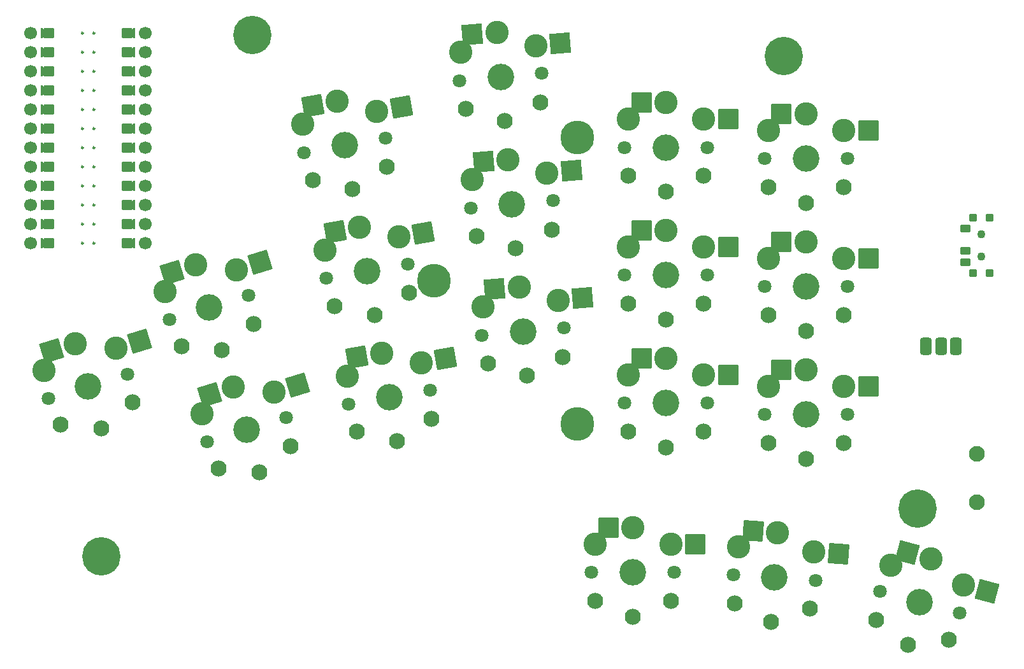
<source format=gbs>
%TF.GenerationSoftware,KiCad,Pcbnew,(6.0.4-0)*%
%TF.CreationDate,2022-07-27T11:57:38+02:00*%
%TF.ProjectId,basbousa,62617362-6f75-4736-912e-6b696361645f,v1.0.0*%
%TF.SameCoordinates,Original*%
%TF.FileFunction,Soldermask,Bot*%
%TF.FilePolarity,Negative*%
%FSLAX46Y46*%
G04 Gerber Fmt 4.6, Leading zero omitted, Abs format (unit mm)*
G04 Created by KiCad (PCBNEW (6.0.4-0)) date 2022-07-27 11:57:38*
%MOMM*%
%LPD*%
G01*
G04 APERTURE LIST*
G04 Aperture macros list*
%AMRoundRect*
0 Rectangle with rounded corners*
0 $1 Rounding radius*
0 $2 $3 $4 $5 $6 $7 $8 $9 X,Y pos of 4 corners*
0 Add a 4 corners polygon primitive as box body*
4,1,4,$2,$3,$4,$5,$6,$7,$8,$9,$2,$3,0*
0 Add four circle primitives for the rounded corners*
1,1,$1+$1,$2,$3*
1,1,$1+$1,$4,$5*
1,1,$1+$1,$6,$7*
1,1,$1+$1,$8,$9*
0 Add four rect primitives between the rounded corners*
20,1,$1+$1,$2,$3,$4,$5,0*
20,1,$1+$1,$4,$5,$6,$7,0*
20,1,$1+$1,$6,$7,$8,$9,0*
20,1,$1+$1,$8,$9,$2,$3,0*%
%AMFreePoly0*
4,1,14,0.035355,0.435355,0.635355,-0.164645,0.650000,-0.200000,0.650000,-0.400000,0.635355,-0.435355,0.600000,-0.450000,-0.600000,-0.450000,-0.635355,-0.435355,-0.650000,-0.400000,-0.650000,-0.200000,-0.635355,-0.164645,-0.035355,0.435355,0.000000,0.450000,0.035355,0.435355,0.035355,0.435355,$1*%
%AMFreePoly1*
4,1,16,0.635355,0.285355,0.650000,0.250000,0.650000,-1.000000,0.635355,-1.035355,0.600000,-1.050000,0.564645,-1.035355,0.000000,-0.470710,-0.564645,-1.035355,-0.600000,-1.050000,-0.635355,-1.035355,-0.650000,-1.000000,-0.650000,0.250000,-0.635355,0.285355,-0.600000,0.300000,0.600000,0.300000,0.635355,0.285355,0.635355,0.285355,$1*%
G04 Aperture macros list end*
%ADD10C,0.250000*%
%ADD11C,0.100000*%
%ADD12C,5.100000*%
%ADD13RoundRect,0.425000X-0.375000X-0.750000X0.375000X-0.750000X0.375000X0.750000X-0.375000X0.750000X0*%
%ADD14C,2.100000*%
%ADD15C,3.100000*%
%ADD16C,1.801800*%
%ADD17C,3.529000*%
%ADD18RoundRect,0.050000X-1.054507X-1.505993X1.505993X-1.054507X1.054507X1.505993X-1.505993X1.054507X0*%
%ADD19C,2.132000*%
%ADD20RoundRect,0.050000X-1.181751X-1.408356X1.408356X-1.181751X1.181751X1.408356X-1.408356X1.181751X0*%
%ADD21RoundRect,0.050000X-1.300000X-1.300000X1.300000X-1.300000X1.300000X1.300000X-1.300000X1.300000X0*%
%ADD22RoundRect,0.050000X-1.592168X-0.919239X0.919239X-1.592168X1.592168X0.919239X-0.919239X1.592168X0*%
%ADD23RoundRect,0.050000X-0.450000X0.450000X-0.450000X-0.450000X0.450000X-0.450000X0.450000X0.450000X0*%
%ADD24C,1.100000*%
%ADD25RoundRect,0.050000X-0.625000X0.450000X-0.625000X-0.450000X0.625000X-0.450000X0.625000X0.450000X0*%
%ADD26RoundRect,0.050000X-0.863113X-1.623279X1.623279X-0.863113X0.863113X1.623279X-1.623279X0.863113X0*%
%ADD27C,4.500000*%
%ADD28RoundRect,0.050000X-1.387517X-1.206150X1.206150X-1.387517X1.387517X1.206150X-1.206150X1.387517X0*%
%ADD29FreePoly0,90.000000*%
%ADD30FreePoly0,270.000000*%
%ADD31C,1.700000*%
%ADD32FreePoly1,270.000000*%
%ADD33FreePoly1,90.000000*%
G04 APERTURE END LIST*
D10*
%TO.C,*%
X37971000Y104648000D02*
G75*
G03*
X37971000Y104648000I-125000J0D01*
G01*
X39495000Y91948000D02*
G75*
G03*
X39495000Y91948000I-125000J0D01*
G01*
X39495000Y94488000D02*
G75*
G03*
X39495000Y94488000I-125000J0D01*
G01*
X37971000Y112268000D02*
G75*
G03*
X37971000Y112268000I-125000J0D01*
G01*
X37971000Y94488000D02*
G75*
G03*
X37971000Y94488000I-125000J0D01*
G01*
X39495000Y99568000D02*
G75*
G03*
X39495000Y99568000I-125000J0D01*
G01*
X39495000Y102108000D02*
G75*
G03*
X39495000Y102108000I-125000J0D01*
G01*
X37971000Y102108000D02*
G75*
G03*
X37971000Y102108000I-125000J0D01*
G01*
X39495000Y107188000D02*
G75*
G03*
X39495000Y107188000I-125000J0D01*
G01*
X37971000Y91948000D02*
G75*
G03*
X37971000Y91948000I-125000J0D01*
G01*
X39495000Y114808000D02*
G75*
G03*
X39495000Y114808000I-125000J0D01*
G01*
X37971000Y107188000D02*
G75*
G03*
X37971000Y107188000I-125000J0D01*
G01*
X39495000Y117348000D02*
G75*
G03*
X39495000Y117348000I-125000J0D01*
G01*
X39495000Y109728000D02*
G75*
G03*
X39495000Y109728000I-125000J0D01*
G01*
X37971000Y99568000D02*
G75*
G03*
X37971000Y99568000I-125000J0D01*
G01*
X39495000Y104648000D02*
G75*
G03*
X39495000Y104648000I-125000J0D01*
G01*
X37971000Y114808000D02*
G75*
G03*
X37971000Y114808000I-125000J0D01*
G01*
X37971000Y97028000D02*
G75*
G03*
X37971000Y97028000I-125000J0D01*
G01*
X39495000Y119888000D02*
G75*
G03*
X39495000Y119888000I-125000J0D01*
G01*
X37971000Y117348000D02*
G75*
G03*
X37971000Y117348000I-125000J0D01*
G01*
X37971000Y119888000D02*
G75*
G03*
X37971000Y119888000I-125000J0D01*
G01*
X39495000Y97028000D02*
G75*
G03*
X39495000Y97028000I-125000J0D01*
G01*
X39495000Y112268000D02*
G75*
G03*
X39495000Y112268000I-125000J0D01*
G01*
X37971000Y109728000D02*
G75*
G03*
X37971000Y109728000I-125000J0D01*
G01*
G36*
X44704000Y119380000D02*
G01*
X43688000Y119380000D01*
X43688000Y120396000D01*
X44704000Y120396000D01*
X44704000Y119380000D01*
G37*
D11*
X44704000Y119380000D02*
X43688000Y119380000D01*
X43688000Y120396000D01*
X44704000Y120396000D01*
X44704000Y119380000D01*
G36*
X33528000Y106680000D02*
G01*
X32512000Y106680000D01*
X32512000Y107696000D01*
X33528000Y107696000D01*
X33528000Y106680000D01*
G37*
X33528000Y106680000D02*
X32512000Y106680000D01*
X32512000Y107696000D01*
X33528000Y107696000D01*
X33528000Y106680000D01*
G36*
X44704000Y104140000D02*
G01*
X43688000Y104140000D01*
X43688000Y105156000D01*
X44704000Y105156000D01*
X44704000Y104140000D01*
G37*
X44704000Y104140000D02*
X43688000Y104140000D01*
X43688000Y105156000D01*
X44704000Y105156000D01*
X44704000Y104140000D01*
G36*
X44704000Y93980000D02*
G01*
X43688000Y93980000D01*
X43688000Y94996000D01*
X44704000Y94996000D01*
X44704000Y93980000D01*
G37*
X44704000Y93980000D02*
X43688000Y93980000D01*
X43688000Y94996000D01*
X44704000Y94996000D01*
X44704000Y93980000D01*
G36*
X44704000Y114300000D02*
G01*
X43688000Y114300000D01*
X43688000Y115316000D01*
X44704000Y115316000D01*
X44704000Y114300000D01*
G37*
X44704000Y114300000D02*
X43688000Y114300000D01*
X43688000Y115316000D01*
X44704000Y115316000D01*
X44704000Y114300000D01*
G36*
X44704000Y91440000D02*
G01*
X43688000Y91440000D01*
X43688000Y92456000D01*
X44704000Y92456000D01*
X44704000Y91440000D01*
G37*
X44704000Y91440000D02*
X43688000Y91440000D01*
X43688000Y92456000D01*
X44704000Y92456000D01*
X44704000Y91440000D01*
G36*
X33528000Y104140000D02*
G01*
X32512000Y104140000D01*
X32512000Y105156000D01*
X33528000Y105156000D01*
X33528000Y104140000D01*
G37*
X33528000Y104140000D02*
X32512000Y104140000D01*
X32512000Y105156000D01*
X33528000Y105156000D01*
X33528000Y104140000D01*
G36*
X44704000Y96520000D02*
G01*
X43688000Y96520000D01*
X43688000Y97536000D01*
X44704000Y97536000D01*
X44704000Y96520000D01*
G37*
X44704000Y96520000D02*
X43688000Y96520000D01*
X43688000Y97536000D01*
X44704000Y97536000D01*
X44704000Y96520000D01*
G36*
X33528000Y91440000D02*
G01*
X32512000Y91440000D01*
X32512000Y92456000D01*
X33528000Y92456000D01*
X33528000Y91440000D01*
G37*
X33528000Y91440000D02*
X32512000Y91440000D01*
X32512000Y92456000D01*
X33528000Y92456000D01*
X33528000Y91440000D01*
G36*
X33528000Y96520000D02*
G01*
X32512000Y96520000D01*
X32512000Y97536000D01*
X33528000Y97536000D01*
X33528000Y96520000D01*
G37*
X33528000Y96520000D02*
X32512000Y96520000D01*
X32512000Y97536000D01*
X33528000Y97536000D01*
X33528000Y96520000D01*
G36*
X33528000Y99060000D02*
G01*
X32512000Y99060000D01*
X32512000Y100076000D01*
X33528000Y100076000D01*
X33528000Y99060000D01*
G37*
X33528000Y99060000D02*
X32512000Y99060000D01*
X32512000Y100076000D01*
X33528000Y100076000D01*
X33528000Y99060000D01*
G36*
X33528000Y93980000D02*
G01*
X32512000Y93980000D01*
X32512000Y94996000D01*
X33528000Y94996000D01*
X33528000Y93980000D01*
G37*
X33528000Y93980000D02*
X32512000Y93980000D01*
X32512000Y94996000D01*
X33528000Y94996000D01*
X33528000Y93980000D01*
G36*
X44704000Y109220000D02*
G01*
X43688000Y109220000D01*
X43688000Y110236000D01*
X44704000Y110236000D01*
X44704000Y109220000D01*
G37*
X44704000Y109220000D02*
X43688000Y109220000D01*
X43688000Y110236000D01*
X44704000Y110236000D01*
X44704000Y109220000D01*
G36*
X33528000Y109220000D02*
G01*
X32512000Y109220000D01*
X32512000Y110236000D01*
X33528000Y110236000D01*
X33528000Y109220000D01*
G37*
X33528000Y109220000D02*
X32512000Y109220000D01*
X32512000Y110236000D01*
X33528000Y110236000D01*
X33528000Y109220000D01*
G36*
X44704000Y106680000D02*
G01*
X43688000Y106680000D01*
X43688000Y107696000D01*
X44704000Y107696000D01*
X44704000Y106680000D01*
G37*
X44704000Y106680000D02*
X43688000Y106680000D01*
X43688000Y107696000D01*
X44704000Y107696000D01*
X44704000Y106680000D01*
G36*
X44704000Y99060000D02*
G01*
X43688000Y99060000D01*
X43688000Y100076000D01*
X44704000Y100076000D01*
X44704000Y99060000D01*
G37*
X44704000Y99060000D02*
X43688000Y99060000D01*
X43688000Y100076000D01*
X44704000Y100076000D01*
X44704000Y99060000D01*
G36*
X44704000Y116840000D02*
G01*
X43688000Y116840000D01*
X43688000Y117856000D01*
X44704000Y117856000D01*
X44704000Y116840000D01*
G37*
X44704000Y116840000D02*
X43688000Y116840000D01*
X43688000Y117856000D01*
X44704000Y117856000D01*
X44704000Y116840000D01*
G36*
X44704000Y111760000D02*
G01*
X43688000Y111760000D01*
X43688000Y112776000D01*
X44704000Y112776000D01*
X44704000Y111760000D01*
G37*
X44704000Y111760000D02*
X43688000Y111760000D01*
X43688000Y112776000D01*
X44704000Y112776000D01*
X44704000Y111760000D01*
G36*
X33528000Y114300000D02*
G01*
X32512000Y114300000D01*
X32512000Y115316000D01*
X33528000Y115316000D01*
X33528000Y114300000D01*
G37*
X33528000Y114300000D02*
X32512000Y114300000D01*
X32512000Y115316000D01*
X33528000Y115316000D01*
X33528000Y114300000D01*
G36*
X33528000Y111760000D02*
G01*
X32512000Y111760000D01*
X32512000Y112776000D01*
X33528000Y112776000D01*
X33528000Y111760000D01*
G37*
X33528000Y111760000D02*
X32512000Y111760000D01*
X32512000Y112776000D01*
X33528000Y112776000D01*
X33528000Y111760000D01*
G36*
X33528000Y119380000D02*
G01*
X32512000Y119380000D01*
X32512000Y120396000D01*
X33528000Y120396000D01*
X33528000Y119380000D01*
G37*
X33528000Y119380000D02*
X32512000Y119380000D01*
X32512000Y120396000D01*
X33528000Y120396000D01*
X33528000Y119380000D01*
G36*
X44704000Y101600000D02*
G01*
X43688000Y101600000D01*
X43688000Y102616000D01*
X44704000Y102616000D01*
X44704000Y101600000D01*
G37*
X44704000Y101600000D02*
X43688000Y101600000D01*
X43688000Y102616000D01*
X44704000Y102616000D01*
X44704000Y101600000D01*
G36*
X33528000Y116840000D02*
G01*
X32512000Y116840000D01*
X32512000Y117856000D01*
X33528000Y117856000D01*
X33528000Y116840000D01*
G37*
X33528000Y116840000D02*
X32512000Y116840000D01*
X32512000Y117856000D01*
X33528000Y117856000D01*
X33528000Y116840000D01*
G36*
X33528000Y101600000D02*
G01*
X32512000Y101600000D01*
X32512000Y102616000D01*
X33528000Y102616000D01*
X33528000Y101600000D01*
G37*
X33528000Y101600000D02*
X32512000Y101600000D01*
X32512000Y102616000D01*
X33528000Y102616000D01*
X33528000Y101600000D01*
%TD*%
D12*
%TO.C,*%
X60452000Y119634000D03*
%TD*%
%TO.C,*%
X148844000Y56642000D03*
%TD*%
%TO.C,*%
X131064000Y116840000D03*
%TD*%
%TO.C,*%
X40386000Y50292000D03*
%TD*%
D13*
%TO.C,PAD1*%
X149924000Y78232000D03*
X153924000Y78232000D03*
X151924000Y78232000D03*
%TD*%
D14*
%TO.C,B1*%
X156718000Y63956000D03*
X156718000Y57456000D03*
%TD*%
D15*
%TO.C,S11*%
X76973296Y109514099D03*
X71667231Y110812436D03*
D16*
X78116881Y105907895D03*
X67283995Y103997765D03*
D17*
X72700438Y104952830D03*
D15*
X67125219Y107777617D03*
D18*
X68441985Y110243738D03*
D19*
X78284340Y102078801D03*
X68436262Y100342320D03*
D18*
X80198542Y110082797D03*
D19*
X73724962Y99142464D03*
%TD*%
D16*
%TO.C,S15*%
X100384204Y97593524D03*
D17*
X94905133Y97114167D03*
D15*
X89597326Y100414117D03*
X99559273Y101285675D03*
D16*
X89426062Y96634810D03*
D15*
X94386556Y103041525D03*
D19*
X100217298Y93764406D03*
D20*
X91124018Y102756090D03*
D19*
X90255351Y92892848D03*
X95419352Y91236618D03*
D20*
X102821810Y101571110D03*
%TD*%
D16*
%TO.C,S21*%
X109911087Y87686017D03*
D17*
X115411087Y87686017D03*
D16*
X120911087Y87686017D03*
D15*
X110411087Y91436016D03*
X120411087Y91436016D03*
X115411087Y93636017D03*
D19*
X120411087Y83886017D03*
D21*
X112136086Y93636017D03*
D19*
X110411087Y83886017D03*
D21*
X123686087Y91436016D03*
D19*
X115411087Y81786017D03*
%TD*%
D15*
%TO.C,S29*%
X133985000Y109128000D03*
D16*
X128485000Y103178000D03*
D15*
X128985000Y106927999D03*
D16*
X139485000Y103178000D03*
D17*
X133985000Y103178000D03*
D15*
X138985000Y106927999D03*
D19*
X128985000Y99378000D03*
D21*
X130709999Y109128000D03*
D19*
X138985000Y99378000D03*
X133985000Y97278000D03*
D21*
X142260000Y106927999D03*
%TD*%
D15*
%TO.C,S33*%
X154898200Y46524126D03*
X150637973Y49943259D03*
D16*
X143785408Y45619505D03*
X154410592Y42772495D03*
D17*
X149098000Y44196000D03*
D15*
X145238942Y49112316D03*
D19*
X143284858Y41819577D03*
D22*
X147474565Y50790891D03*
D19*
X152944117Y39231387D03*
X147570968Y38497038D03*
D22*
X158061607Y45676493D03*
%TD*%
D16*
%TO.C,S7*%
X73188033Y70514301D03*
D15*
X73029257Y74294153D03*
D17*
X78604476Y71469366D03*
D16*
X84020919Y72424431D03*
D15*
X82877334Y76030635D03*
X77571269Y77328972D03*
D18*
X74346023Y76760274D03*
D19*
X74340300Y66858856D03*
X84188378Y68595337D03*
X79629000Y65659000D03*
D18*
X86102580Y76599333D03*
%TD*%
D23*
%TO.C,T2*%
X158369000Y87958000D03*
X158369000Y95358000D03*
X156169000Y87958000D03*
X156169000Y95358000D03*
D24*
X157269000Y93158000D03*
X157269000Y90158000D03*
D25*
X155194000Y93908000D03*
X155194000Y90908000D03*
X155194000Y89408000D03*
%TD*%
D16*
%TO.C,S1*%
X33339941Y71313701D03*
X43859293Y74529789D03*
D15*
X36860005Y78611758D03*
D17*
X38599617Y72921745D03*
D15*
X42284747Y77969745D03*
X32721700Y75046028D03*
D19*
X34929106Y67825928D03*
X44492153Y70749645D03*
D26*
X33728106Y77654241D03*
D19*
X40324610Y67279547D03*
D26*
X45416645Y78927263D03*
%TD*%
D15*
%TO.C,S5*%
X48785089Y85490480D03*
D16*
X59922682Y84974241D03*
D15*
X52923394Y89056210D03*
D17*
X54663006Y83366197D03*
D16*
X49403330Y81758153D03*
D15*
X58348136Y88414197D03*
D19*
X50992495Y78270380D03*
D26*
X49791495Y88098693D03*
D19*
X60555542Y81194097D03*
X56387999Y77723999D03*
D26*
X61480034Y89371715D03*
%TD*%
D16*
%TO.C,S27*%
X128485000Y86178000D03*
D15*
X128985000Y89927999D03*
D17*
X133985000Y86178000D03*
D15*
X138985000Y89927999D03*
D16*
X139485000Y86178000D03*
D15*
X133985000Y92128000D03*
D19*
X138985000Y82378000D03*
D21*
X130709999Y92128000D03*
D19*
X128985000Y82378000D03*
D21*
X142260000Y89927999D03*
D19*
X133985000Y80278000D03*
%TD*%
D15*
%TO.C,S9*%
X79925315Y92772367D03*
D16*
X70236014Y87256033D03*
X81068900Y89166163D03*
D15*
X74619250Y94070704D03*
D17*
X75652457Y88211098D03*
D15*
X70077238Y91035885D03*
D19*
X71388281Y83600588D03*
X81236359Y85337069D03*
D18*
X71394004Y93502006D03*
X83150561Y93341065D03*
D19*
X76676981Y82400732D03*
%TD*%
D15*
%TO.C,S13*%
X101040921Y84350365D03*
D17*
X96386781Y80178857D03*
D16*
X101865852Y80658214D03*
X90907710Y79699500D03*
D15*
X91078974Y83478807D03*
X95868204Y86106215D03*
D20*
X92605666Y85820780D03*
D19*
X91736999Y75957538D03*
X101698946Y76829096D03*
X96901000Y74301308D03*
D20*
X104303458Y84635800D03*
%TD*%
D15*
%TO.C,S17*%
X98077626Y118220985D03*
X88115679Y117349427D03*
D16*
X87944415Y113570120D03*
D15*
X92904909Y119976835D03*
D17*
X93423486Y114049477D03*
D16*
X98902557Y114528834D03*
D19*
X88773704Y109828158D03*
X98735651Y110699716D03*
D20*
X89642371Y119691400D03*
D19*
X93937705Y108171928D03*
D20*
X101340163Y118506420D03*
%TD*%
D27*
%TO.C,REF\u002A\u002A*%
X84582000Y86995000D03*
X103632000Y106045000D03*
X103632000Y67945000D03*
%TD*%
D16*
%TO.C,S31*%
X135280602Y47114339D03*
D15*
X125067766Y51587647D03*
D16*
X124307398Y47881661D03*
D15*
X130209051Y53433506D03*
D17*
X129794000Y47498000D03*
D15*
X135043407Y50890082D03*
D19*
X134516746Y43358474D03*
D28*
X126942028Y53661959D03*
D19*
X124541105Y44056039D03*
D28*
X138310429Y50661629D03*
D19*
X129382437Y41612372D03*
%TD*%
D15*
%TO.C,S3*%
X57893713Y72799029D03*
X53755408Y69233299D03*
X63318455Y72157016D03*
D16*
X64893001Y68717060D03*
D17*
X59633325Y67109016D03*
D16*
X54373649Y65500972D03*
D19*
X55962814Y62013199D03*
X65525861Y64936916D03*
D26*
X54761814Y71841512D03*
D19*
X61358318Y61466818D03*
D26*
X66450353Y73114534D03*
%TD*%
D15*
%TO.C,S23*%
X110411087Y108436016D03*
X120411087Y108436016D03*
X115411087Y110636017D03*
D16*
X109911087Y104686017D03*
X120911087Y104686017D03*
D17*
X115411087Y104686017D03*
D21*
X112136086Y110636017D03*
D19*
X110411087Y100886017D03*
X120411087Y100886017D03*
X115411087Y98786017D03*
D21*
X123686087Y108436016D03*
%TD*%
D17*
%TO.C,S25*%
X133985000Y69178000D03*
D15*
X128985000Y72927999D03*
D16*
X139485000Y69178000D03*
D15*
X133985000Y75128000D03*
X138985000Y72927999D03*
D16*
X128485000Y69178000D03*
D19*
X138985000Y65378000D03*
D21*
X130709999Y75128000D03*
D19*
X128985000Y65378000D03*
D21*
X142260000Y72927999D03*
D19*
X133985000Y63278000D03*
%TD*%
D15*
%TO.C,S19*%
X110411087Y74436016D03*
D16*
X120911087Y70686017D03*
D15*
X115411087Y76636017D03*
D17*
X115411087Y70686017D03*
D15*
X120411087Y74436016D03*
D16*
X109911087Y70686017D03*
D21*
X112136086Y76636017D03*
D19*
X110411087Y66886017D03*
X120411087Y66886017D03*
D21*
X123686087Y74436016D03*
D19*
X115411087Y64786017D03*
%TD*%
D15*
%TO.C,S31*%
X116010319Y51938381D03*
X111010319Y54138382D03*
D16*
X116510319Y48188382D03*
D17*
X111010319Y48188382D03*
D16*
X105510319Y48188382D03*
D15*
X106010319Y51938381D03*
D19*
X106010319Y44388382D03*
D21*
X107735318Y54138382D03*
D19*
X116010319Y44388382D03*
X111010319Y42288382D03*
D21*
X119285319Y51938381D03*
%TD*%
D29*
%TO.C,*%
X44450000Y112268000D03*
D30*
X32766000Y94488000D03*
D31*
X46228000Y99568000D03*
D29*
X44450000Y91948000D03*
D30*
X32766000Y114808000D03*
D29*
X44450000Y102108000D03*
D31*
X46228000Y91948000D03*
X30988000Y97028000D03*
X30988000Y112268000D03*
X46228000Y104648000D03*
D29*
X44450000Y109728000D03*
X44450000Y97028000D03*
X44450000Y119888000D03*
D31*
X46228000Y102108000D03*
D30*
X32766000Y99568000D03*
X32766000Y112268000D03*
D31*
X30988000Y104648000D03*
X30988000Y94488000D03*
X30988000Y102108000D03*
D29*
X44450000Y114808000D03*
D30*
X32766000Y117348000D03*
X32766000Y107188000D03*
D31*
X46228000Y94488000D03*
D30*
X32766000Y119888000D03*
D29*
X44450000Y99568000D03*
D31*
X30988000Y99568000D03*
X30988000Y114808000D03*
X30988000Y109728000D03*
X46228000Y112268000D03*
D30*
X32766000Y104648000D03*
D29*
X44450000Y117348000D03*
D31*
X30988000Y119888000D03*
X46228000Y119888000D03*
D30*
X32766000Y97028000D03*
D31*
X46228000Y117348000D03*
X46228000Y97028000D03*
X46228000Y114808000D03*
D29*
X44450000Y107188000D03*
D30*
X32766000Y109728000D03*
D31*
X30988000Y91948000D03*
D29*
X44450000Y94488000D03*
X44450000Y104648000D03*
D31*
X30988000Y107188000D03*
X46228000Y109728000D03*
D30*
X32766000Y91948000D03*
D31*
X30988000Y117348000D03*
X46228000Y107188000D03*
D30*
X32766000Y102108000D03*
D32*
X33782000Y119888000D03*
X33782000Y117348000D03*
X33782000Y114808000D03*
X33782000Y112268000D03*
X33782000Y109728000D03*
X33782000Y107188000D03*
X33782000Y104648000D03*
X33782000Y102108000D03*
X33782000Y99568000D03*
X33782000Y97028000D03*
X33782000Y94488000D03*
X33782000Y91948000D03*
D33*
X43434000Y91948000D03*
X43434000Y94488000D03*
X43434000Y97028000D03*
X43434000Y99568000D03*
X43434000Y102108000D03*
X43434000Y104648000D03*
X43434000Y107188000D03*
X43434000Y109728000D03*
X43434000Y112268000D03*
X43434000Y114808000D03*
X43434000Y117348000D03*
X43434000Y119888000D03*
%TD*%
M02*

</source>
